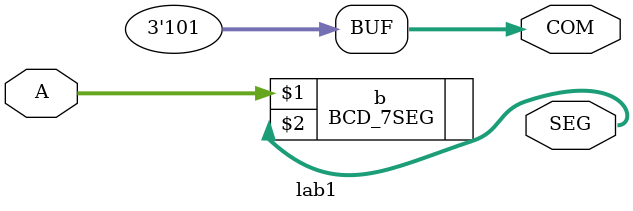
<source format=v>
module lab1
(
	input	[3:0]	A,
	output	[6:0]	SEG, //[a:g]
	output	[2:0]	COM
);
//define pins

//define internal signals
//	wire [1:0] Count;
//	wire LatchControl;
//	wire [2:0] com_n;
//	wire [3:0] L_A, L_B, L_C, Muxd, test;
	
//body
assign COM = 3'b101;
//assign test = Muxd;
//	PRIORITY_N_COUNTER pc(CLK, Count, {LatchControl, com_n});
	//DATA_LATCH l(CLK, LatchControl, {A,B,C}, {L_A, L_B, L_C});
//	MUX4_1x4 m(Count, 4'h0, A, B, C, Muxd);
	BCD_7SEG b(A, SEG);
endmodule

</source>
